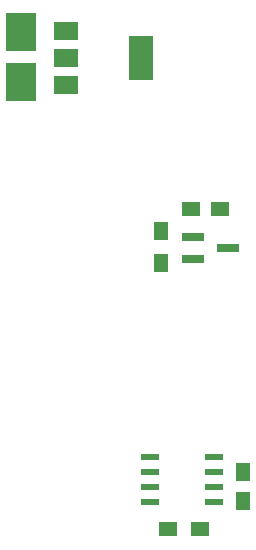
<source format=gbp>
G04 #@! TF.GenerationSoftware,KiCad,Pcbnew,no-vcs-found-7652~57~ubuntu16.04.1*
G04 #@! TF.CreationDate,2017-02-14T17:18:47+02:00*
G04 #@! TF.ProjectId,heater_node,6865617465725F6E6F64652E6B696361,rev?*
G04 #@! TF.FileFunction,Paste,Bot*
G04 #@! TF.FilePolarity,Positive*
%FSLAX46Y46*%
G04 Gerber Fmt 4.6, Leading zero omitted, Abs format (unit mm)*
G04 Created by KiCad (PCBNEW no-vcs-found-7652~57~ubuntu16.04.1) date Tue Feb 14 17:18:47 2017*
%MOMM*%
%LPD*%
G01*
G04 APERTURE LIST*
%ADD10C,0.100000*%
%ADD11R,1.250000X1.500000*%
%ADD12R,1.500000X1.250000*%
%ADD13R,2.500000X3.200000*%
%ADD14R,1.500000X1.300000*%
%ADD15R,1.300000X1.500000*%
%ADD16R,1.550000X0.600000*%
%ADD17R,1.900000X0.800000*%
%ADD18R,2.000000X1.500000*%
%ADD19R,2.000000X3.800000*%
G04 APERTURE END LIST*
D10*
D11*
X141800000Y-110525000D03*
X141800000Y-108025000D03*
D12*
X139900000Y-85775000D03*
X137400000Y-85775000D03*
D13*
X123000000Y-70775000D03*
X123000000Y-75075000D03*
D14*
X138175000Y-112900000D03*
X135475000Y-112900000D03*
D15*
X134850000Y-90325000D03*
X134850000Y-87625000D03*
D16*
X139350000Y-110580000D03*
X139350000Y-109310000D03*
X139350000Y-108040000D03*
X139350000Y-106770000D03*
X133950000Y-106770000D03*
X133950000Y-108040000D03*
X133950000Y-109310000D03*
X133950000Y-110580000D03*
D17*
X140550000Y-89075000D03*
X137550000Y-88125000D03*
X137550000Y-90025000D03*
D18*
X126850000Y-75325000D03*
X126850000Y-70725000D03*
X126850000Y-73025000D03*
D19*
X133150000Y-73025000D03*
M02*

</source>
